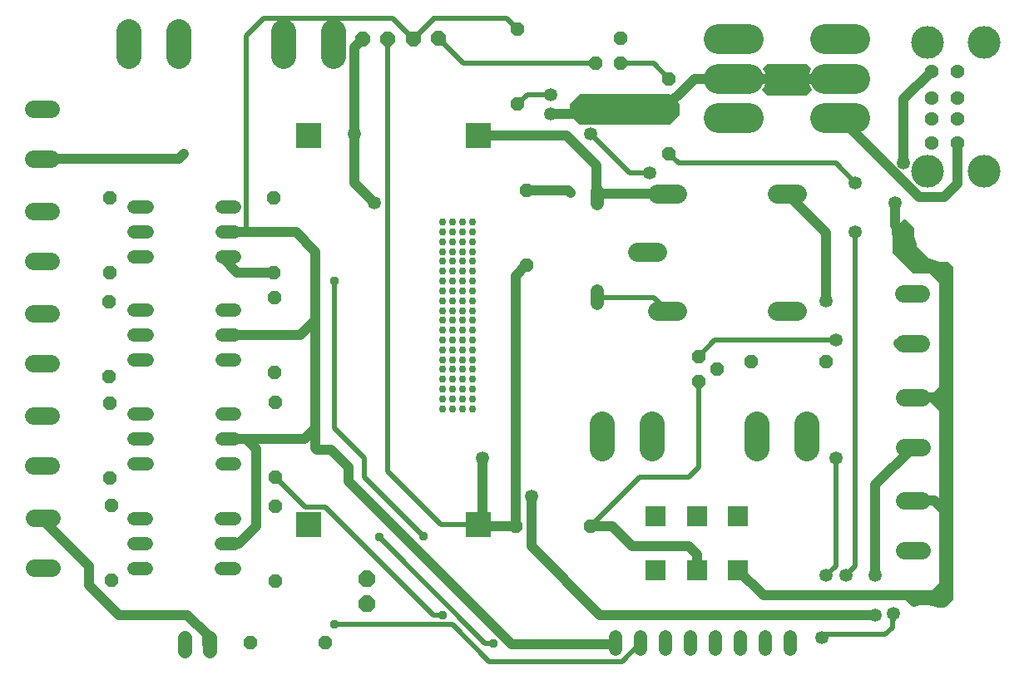
<source format=gbr>
G04 EAGLE Gerber X2 export*
%TF.Part,Single*%
%TF.FileFunction,Copper,L2,Bot,Mixed*%
%TF.FilePolarity,Positive*%
%TF.GenerationSoftware,Autodesk,EAGLE,8.7.0*%
%TF.CreationDate,2018-10-16T22:29:40Z*%
G75*
%MOMM*%
%FSLAX34Y34*%
%LPD*%
%AMOC8*
5,1,8,0,0,1.08239X$1,22.5*%
G01*
%ADD10P,1.632244X8X292.500000*%
%ADD11C,1.790700*%
%ADD12C,1.320800*%
%ADD13C,2.540000*%
%ADD14C,1.981200*%
%ADD15P,1.814519X8X112.500000*%
%ADD16R,2.100000X2.100000*%
%ADD17P,1.429621X8X112.500000*%
%ADD18P,1.429621X8X292.500000*%
%ADD19P,1.429621X8X22.500000*%
%ADD20C,3.009900*%
%ADD21C,3.327400*%
%ADD22C,1.428000*%
%ADD23C,1.422400*%
%ADD24R,2.500000X2.500000*%
%ADD25C,0.756400*%
%ADD26C,1.016000*%
%ADD27C,0.508000*%
%ADD28C,1.350000*%
%ADD29C,0.956400*%

G36*
X970164Y67475D02*
X970164Y67475D01*
X970328Y67482D01*
X970388Y67495D01*
X970449Y67501D01*
X970607Y67544D01*
X970768Y67580D01*
X970824Y67603D01*
X970883Y67619D01*
X971031Y67690D01*
X971183Y67753D01*
X971235Y67786D01*
X971290Y67813D01*
X971423Y67908D01*
X971561Y67998D01*
X971619Y68049D01*
X971656Y68075D01*
X971698Y68118D01*
X971796Y68204D01*
X979096Y75504D01*
X979201Y75631D01*
X979313Y75752D01*
X979345Y75803D01*
X979384Y75850D01*
X979466Y75993D01*
X979554Y76131D01*
X979578Y76188D01*
X979608Y76241D01*
X979663Y76396D01*
X979725Y76548D01*
X979738Y76608D01*
X979759Y76665D01*
X979785Y76827D01*
X979820Y76988D01*
X979825Y77065D01*
X979832Y77109D01*
X979831Y77170D01*
X979839Y77300D01*
X979839Y412700D01*
X979825Y412864D01*
X979818Y413028D01*
X979805Y413088D01*
X979799Y413148D01*
X979756Y413307D01*
X979720Y413468D01*
X979697Y413524D01*
X979681Y413583D01*
X979610Y413731D01*
X979547Y413883D01*
X979514Y413935D01*
X979487Y413989D01*
X979392Y414123D01*
X979302Y414261D01*
X979251Y414319D01*
X979225Y414356D01*
X979182Y414398D01*
X979096Y414496D01*
X974496Y419096D01*
X974369Y419201D01*
X974248Y419313D01*
X974197Y419345D01*
X974150Y419384D01*
X974007Y419466D01*
X973869Y419554D01*
X973812Y419578D01*
X973759Y419608D01*
X973604Y419663D01*
X973452Y419725D01*
X973392Y419738D01*
X973335Y419759D01*
X973173Y419785D01*
X973012Y419820D01*
X972935Y419825D01*
X972891Y419832D01*
X972830Y419831D01*
X972700Y419839D01*
X966029Y419839D01*
X958358Y421895D01*
X957831Y422199D01*
X957779Y422223D01*
X957730Y422254D01*
X957575Y422318D01*
X957423Y422389D01*
X957367Y422403D01*
X957314Y422425D01*
X957150Y422461D01*
X956987Y422503D01*
X956930Y422508D01*
X956873Y422520D01*
X956562Y422539D01*
X951052Y422539D01*
X942539Y431052D01*
X942539Y436562D01*
X942534Y436619D01*
X942537Y436677D01*
X942514Y436842D01*
X942499Y437010D01*
X942484Y437066D01*
X942476Y437123D01*
X942425Y437282D01*
X942381Y437444D01*
X942356Y437497D01*
X942338Y437552D01*
X942199Y437831D01*
X941895Y438358D01*
X939839Y446029D01*
X939839Y452700D01*
X939825Y452864D01*
X939818Y453028D01*
X939805Y453088D01*
X939799Y453148D01*
X939756Y453307D01*
X939720Y453468D01*
X939697Y453524D01*
X939681Y453583D01*
X939610Y453731D01*
X939547Y453883D01*
X939514Y453935D01*
X939487Y453989D01*
X939392Y454123D01*
X939302Y454261D01*
X939251Y454319D01*
X939225Y454356D01*
X939182Y454398D01*
X939096Y454496D01*
X931796Y461796D01*
X931769Y461818D01*
X931746Y461844D01*
X931597Y461961D01*
X931450Y462084D01*
X931420Y462102D01*
X931393Y462123D01*
X931225Y462213D01*
X931059Y462308D01*
X931027Y462319D01*
X930996Y462336D01*
X930815Y462395D01*
X930635Y462459D01*
X930601Y462464D01*
X930568Y462475D01*
X930379Y462501D01*
X930191Y462532D01*
X930156Y462532D01*
X930122Y462536D01*
X929931Y462529D01*
X929741Y462526D01*
X929706Y462519D01*
X929672Y462518D01*
X929486Y462477D01*
X929298Y462440D01*
X929266Y462428D01*
X929232Y462420D01*
X929056Y462347D01*
X928878Y462278D01*
X928849Y462260D01*
X928817Y462247D01*
X928657Y462143D01*
X928494Y462044D01*
X928468Y462021D01*
X928439Y462002D01*
X928204Y461796D01*
X918204Y451796D01*
X918099Y451669D01*
X917988Y451548D01*
X917955Y451497D01*
X917916Y451450D01*
X917834Y451307D01*
X917746Y451169D01*
X917722Y451112D01*
X917692Y451059D01*
X917637Y450904D01*
X917575Y450752D01*
X917562Y450692D01*
X917541Y450635D01*
X917515Y450473D01*
X917480Y450312D01*
X917475Y450235D01*
X917468Y450191D01*
X917469Y450130D01*
X917461Y450000D01*
X917461Y430000D01*
X917475Y429836D01*
X917482Y429672D01*
X917495Y429612D01*
X917501Y429552D01*
X917544Y429393D01*
X917580Y429232D01*
X917603Y429176D01*
X917619Y429117D01*
X917690Y428969D01*
X917753Y428817D01*
X917786Y428765D01*
X917813Y428711D01*
X917908Y428577D01*
X917998Y428439D01*
X918049Y428381D01*
X918075Y428344D01*
X918118Y428302D01*
X918204Y428204D01*
X938204Y408204D01*
X938331Y408099D01*
X938452Y407988D01*
X938503Y407955D01*
X938550Y407916D01*
X938693Y407834D01*
X938831Y407746D01*
X938888Y407722D01*
X938941Y407692D01*
X939096Y407637D01*
X939248Y407575D01*
X939308Y407562D01*
X939365Y407541D01*
X939527Y407515D01*
X939688Y407480D01*
X939765Y407475D01*
X939809Y407468D01*
X939870Y407469D01*
X940000Y407461D01*
X958948Y407461D01*
X967461Y398948D01*
X967461Y91052D01*
X958948Y82539D01*
X930000Y82539D01*
X929871Y82528D01*
X929741Y82526D01*
X929647Y82508D01*
X929552Y82499D01*
X929426Y82465D01*
X929298Y82440D01*
X929209Y82406D01*
X929117Y82381D01*
X929000Y82325D01*
X928878Y82278D01*
X928797Y82228D01*
X928711Y82187D01*
X928605Y82112D01*
X928494Y82044D01*
X928422Y81981D01*
X928344Y81925D01*
X928254Y81832D01*
X928156Y81746D01*
X928097Y81671D01*
X928030Y81603D01*
X927958Y81495D01*
X927877Y81393D01*
X927832Y81309D01*
X927778Y81230D01*
X927726Y81111D01*
X927664Y80996D01*
X927635Y80905D01*
X927596Y80818D01*
X927565Y80691D01*
X927525Y80568D01*
X927512Y80473D01*
X927489Y80380D01*
X927481Y80251D01*
X927464Y80122D01*
X927468Y80026D01*
X927462Y79931D01*
X927477Y79802D01*
X927482Y79672D01*
X927503Y79579D01*
X927514Y79484D01*
X927551Y79359D01*
X927580Y79232D01*
X927616Y79144D01*
X927644Y79053D01*
X927703Y78937D01*
X927753Y78817D01*
X927805Y78737D01*
X927848Y78651D01*
X927927Y78548D01*
X927998Y78439D01*
X928084Y78341D01*
X928120Y78293D01*
X928153Y78262D01*
X928204Y78204D01*
X937279Y69130D01*
X937314Y69101D01*
X937345Y69066D01*
X937486Y68957D01*
X937624Y68841D01*
X937664Y68819D01*
X937700Y68790D01*
X937859Y68707D01*
X938015Y68618D01*
X938058Y68603D01*
X938099Y68581D01*
X938270Y68527D01*
X938439Y68467D01*
X938485Y68460D01*
X938529Y68446D01*
X938707Y68423D01*
X938883Y68394D01*
X938929Y68394D01*
X938975Y68389D01*
X939154Y68398D01*
X939334Y68400D01*
X939379Y68409D01*
X939425Y68411D01*
X939731Y68473D01*
X946029Y70161D01*
X953971Y70161D01*
X961642Y68105D01*
X962169Y67801D01*
X962221Y67777D01*
X962270Y67746D01*
X962425Y67682D01*
X962577Y67611D01*
X962633Y67597D01*
X962686Y67575D01*
X962851Y67539D01*
X963013Y67497D01*
X963070Y67492D01*
X963127Y67480D01*
X963438Y67461D01*
X970000Y67461D01*
X970164Y67475D01*
G37*
G36*
X690090Y559254D02*
X690090Y559254D01*
X690181Y559261D01*
X690211Y559273D01*
X690243Y559279D01*
X690323Y559321D01*
X690407Y559357D01*
X690439Y559383D01*
X690460Y559394D01*
X690482Y559417D01*
X690538Y559462D01*
X700538Y569462D01*
X700591Y569536D01*
X700651Y569605D01*
X700663Y569635D01*
X700682Y569661D01*
X700709Y569748D01*
X700743Y569833D01*
X700747Y569874D01*
X700754Y569897D01*
X700753Y569929D01*
X700761Y570000D01*
X700761Y580000D01*
X700747Y580090D01*
X700739Y580181D01*
X700727Y580211D01*
X700722Y580243D01*
X700679Y580323D01*
X700643Y580407D01*
X700617Y580439D01*
X700606Y580460D01*
X700583Y580482D01*
X700538Y580538D01*
X690538Y590538D01*
X690464Y590591D01*
X690395Y590651D01*
X690365Y590663D01*
X690339Y590682D01*
X690252Y590709D01*
X690167Y590743D01*
X690126Y590747D01*
X690103Y590754D01*
X690071Y590753D01*
X690000Y590761D01*
X600000Y590761D01*
X599910Y590747D01*
X599819Y590739D01*
X599789Y590727D01*
X599757Y590722D01*
X599677Y590679D01*
X599593Y590643D01*
X599561Y590617D01*
X599540Y590606D01*
X599518Y590583D01*
X599462Y590538D01*
X589462Y580538D01*
X589409Y580464D01*
X589349Y580395D01*
X589337Y580365D01*
X589318Y580339D01*
X589291Y580252D01*
X589257Y580167D01*
X589253Y580126D01*
X589246Y580103D01*
X589247Y580071D01*
X589239Y580000D01*
X589239Y570000D01*
X589254Y569910D01*
X589261Y569819D01*
X589273Y569789D01*
X589279Y569757D01*
X589321Y569677D01*
X589357Y569593D01*
X589383Y569561D01*
X589394Y569540D01*
X589417Y569518D01*
X589462Y569462D01*
X599462Y559462D01*
X599536Y559409D01*
X599605Y559349D01*
X599635Y559337D01*
X599661Y559318D01*
X599748Y559291D01*
X599833Y559257D01*
X599874Y559253D01*
X599897Y559246D01*
X599929Y559247D01*
X600000Y559239D01*
X690000Y559239D01*
X690090Y559254D01*
G37*
G36*
X830090Y589254D02*
X830090Y589254D01*
X830181Y589261D01*
X830211Y589273D01*
X830243Y589279D01*
X830323Y589321D01*
X830407Y589357D01*
X830439Y589383D01*
X830460Y589394D01*
X830482Y589417D01*
X830538Y589462D01*
X835402Y594326D01*
X835457Y594401D01*
X835517Y594473D01*
X835528Y594501D01*
X835546Y594525D01*
X835573Y594614D01*
X835608Y594701D01*
X835609Y594732D01*
X835618Y594760D01*
X835616Y594854D01*
X835621Y594947D01*
X835613Y594976D01*
X835612Y595006D01*
X835580Y595094D01*
X835555Y595184D01*
X835535Y595217D01*
X835527Y595237D01*
X835507Y595263D01*
X835468Y595327D01*
X834793Y596207D01*
X833640Y598203D01*
X832758Y600334D01*
X832161Y602561D01*
X831909Y604477D01*
X840000Y604477D01*
X840020Y604480D01*
X840039Y604478D01*
X840141Y604500D01*
X840243Y604517D01*
X840260Y604526D01*
X840280Y604530D01*
X840369Y604583D01*
X840460Y604632D01*
X840474Y604646D01*
X840491Y604656D01*
X840558Y604735D01*
X840630Y604810D01*
X840638Y604828D01*
X840651Y604843D01*
X840690Y604939D01*
X840733Y605033D01*
X840735Y605053D01*
X840743Y605071D01*
X840761Y605238D01*
X840761Y606762D01*
X840759Y606776D01*
X840760Y606787D01*
X840759Y606792D01*
X840760Y606801D01*
X840738Y606903D01*
X840722Y607005D01*
X840712Y607022D01*
X840708Y607042D01*
X840655Y607131D01*
X840606Y607222D01*
X840592Y607236D01*
X840582Y607253D01*
X840503Y607320D01*
X840428Y607391D01*
X840410Y607400D01*
X840395Y607413D01*
X840299Y607452D01*
X840205Y607495D01*
X840185Y607497D01*
X840167Y607505D01*
X840000Y607523D01*
X831909Y607523D01*
X832161Y609439D01*
X832758Y611666D01*
X833640Y613797D01*
X834681Y615598D01*
X834696Y615639D01*
X834720Y615676D01*
X834739Y615754D01*
X834767Y615828D01*
X834769Y615872D01*
X834780Y615915D01*
X834774Y615994D01*
X834777Y616074D01*
X834764Y616116D01*
X834761Y616160D01*
X834729Y616233D01*
X834707Y616310D01*
X834681Y616346D01*
X834664Y616386D01*
X834573Y616500D01*
X834565Y616511D01*
X834563Y616513D01*
X834560Y616517D01*
X830538Y620538D01*
X830464Y620591D01*
X830395Y620651D01*
X830365Y620663D01*
X830339Y620682D01*
X830252Y620709D01*
X830167Y620743D01*
X830126Y620747D01*
X830103Y620754D01*
X830071Y620753D01*
X830000Y620761D01*
X790000Y620761D01*
X789910Y620747D01*
X789819Y620739D01*
X789789Y620727D01*
X789757Y620722D01*
X789677Y620679D01*
X789593Y620643D01*
X789561Y620617D01*
X789540Y620606D01*
X789518Y620583D01*
X789462Y620538D01*
X785806Y616882D01*
X785751Y616806D01*
X785691Y616735D01*
X785680Y616707D01*
X785662Y616682D01*
X785635Y616593D01*
X785600Y616507D01*
X785599Y616476D01*
X785590Y616447D01*
X785592Y616354D01*
X785587Y616261D01*
X785595Y616232D01*
X785596Y616201D01*
X785628Y616114D01*
X785653Y616024D01*
X785673Y615991D01*
X785681Y615970D01*
X785701Y615945D01*
X785740Y615880D01*
X785807Y615793D01*
X786960Y613797D01*
X787842Y611666D01*
X788439Y609439D01*
X788691Y607523D01*
X780000Y607523D01*
X779980Y607520D01*
X779961Y607522D01*
X779859Y607500D01*
X779757Y607483D01*
X779740Y607474D01*
X779720Y607470D01*
X779631Y607417D01*
X779540Y607368D01*
X779526Y607354D01*
X779509Y607344D01*
X779442Y607265D01*
X779371Y607190D01*
X779362Y607172D01*
X779349Y607157D01*
X779310Y607061D01*
X779267Y606967D01*
X779265Y606947D01*
X779257Y606929D01*
X779239Y606762D01*
X779239Y605238D01*
X779242Y605218D01*
X779240Y605199D01*
X779262Y605097D01*
X779279Y604995D01*
X779288Y604978D01*
X779292Y604958D01*
X779345Y604869D01*
X779394Y604778D01*
X779408Y604764D01*
X779418Y604747D01*
X779497Y604680D01*
X779572Y604609D01*
X779590Y604600D01*
X779605Y604587D01*
X779701Y604548D01*
X779795Y604505D01*
X779815Y604503D01*
X779833Y604495D01*
X780000Y604477D01*
X788691Y604477D01*
X788439Y602561D01*
X787842Y600334D01*
X786960Y598203D01*
X785807Y596207D01*
X784872Y594988D01*
X784828Y594906D01*
X784777Y594827D01*
X784770Y594798D01*
X784755Y594771D01*
X784740Y594679D01*
X784717Y594589D01*
X784719Y594559D01*
X784714Y594529D01*
X784729Y594436D01*
X784736Y594343D01*
X784748Y594316D01*
X784753Y594286D01*
X784796Y594203D01*
X784832Y594117D01*
X784856Y594087D01*
X784867Y594068D01*
X784890Y594045D01*
X784937Y593986D01*
X789462Y589462D01*
X789536Y589409D01*
X789605Y589349D01*
X789635Y589337D01*
X789661Y589318D01*
X789749Y589291D01*
X789833Y589257D01*
X789874Y589253D01*
X789897Y589246D01*
X789929Y589247D01*
X790000Y589239D01*
X830000Y589239D01*
X830090Y589254D01*
G37*
D10*
X378456Y646532D03*
D11*
X929267Y125646D02*
X947174Y125646D01*
X947174Y176446D02*
X929267Y176446D01*
D10*
X429590Y646734D03*
X404026Y646684D03*
D11*
X928977Y336488D02*
X946884Y336488D01*
X946884Y387288D02*
X928977Y387288D01*
D12*
X617100Y478396D02*
X617100Y491604D01*
X617100Y390004D02*
X617100Y376796D01*
D11*
X61532Y159118D02*
X43625Y159118D01*
X43625Y108318D02*
X61532Y108318D01*
D13*
X621860Y228800D02*
X621860Y254200D01*
X830140Y254200D02*
X830140Y228800D01*
X779340Y228800D02*
X779340Y254200D01*
X672660Y254200D02*
X672660Y228800D01*
X140560Y628800D02*
X140560Y654200D01*
X348840Y654200D02*
X348840Y628800D01*
X298040Y628800D02*
X298040Y654200D01*
X191360Y654200D02*
X191360Y628800D01*
D10*
X455178Y646968D03*
D14*
X658144Y429400D02*
X677956Y429400D01*
X678464Y369710D02*
X698276Y369710D01*
X698276Y489090D02*
X678464Y489090D01*
X800384Y489090D02*
X820196Y489090D01*
X820196Y369710D02*
X800384Y369710D01*
D11*
X929621Y231086D02*
X947528Y231086D01*
X947528Y281886D02*
X929621Y281886D01*
D15*
X382900Y71400D03*
X382900Y96800D03*
D16*
X676500Y160800D03*
X718500Y160800D03*
X760500Y160800D03*
X760500Y105800D03*
X718500Y105800D03*
X676500Y105800D03*
D12*
X158780Y475056D02*
X145572Y475056D01*
X145572Y449656D02*
X158780Y449656D01*
X234980Y449656D02*
X248188Y449656D01*
X248188Y475056D02*
X234980Y475056D01*
X158780Y424256D02*
X145572Y424256D01*
X234980Y424256D02*
X248188Y424256D01*
X158976Y370286D02*
X145768Y370286D01*
X145768Y344886D02*
X158976Y344886D01*
X235176Y344886D02*
X248384Y344886D01*
X248384Y370286D02*
X235176Y370286D01*
X158976Y319486D02*
X145768Y319486D01*
X235176Y319486D02*
X248384Y319486D01*
X158722Y264274D02*
X145514Y264274D01*
X145514Y238874D02*
X158722Y238874D01*
X234922Y238874D02*
X248130Y238874D01*
X248130Y264274D02*
X234922Y264274D01*
X158722Y213474D02*
X145514Y213474D01*
X234922Y213474D02*
X248130Y213474D01*
X158628Y157754D02*
X145420Y157754D01*
X145420Y132354D02*
X158628Y132354D01*
X234828Y132354D02*
X248036Y132354D01*
X248036Y157754D02*
X234828Y157754D01*
X158628Y106954D02*
X145420Y106954D01*
X234828Y106954D02*
X248036Y106954D01*
D17*
X120696Y408178D03*
X120696Y484378D03*
D18*
X690048Y606200D03*
X690048Y530000D03*
D19*
X774166Y318126D03*
X850366Y318126D03*
X533800Y150000D03*
X610000Y150000D03*
D18*
X536000Y656200D03*
X536000Y580000D03*
D17*
X544950Y416450D03*
X544950Y492650D03*
D19*
X263800Y32000D03*
X340000Y32000D03*
D18*
X287576Y484632D03*
X287576Y408432D03*
D17*
X120188Y302514D03*
X120188Y378714D03*
D18*
X288338Y383540D03*
X288338Y307340D03*
D17*
X120696Y199390D03*
X120696Y275590D03*
D18*
X289608Y276098D03*
X289608Y199898D03*
D17*
X122728Y94996D03*
X122728Y171196D03*
D18*
X289284Y170846D03*
X289284Y94646D03*
D20*
X849451Y646132D02*
X879550Y646132D01*
X879550Y606000D02*
X849451Y606000D01*
X849451Y565868D02*
X879550Y565868D01*
X771150Y646132D02*
X741051Y646132D01*
X741051Y606000D02*
X771150Y606000D01*
X771150Y565868D02*
X741051Y565868D01*
D11*
X61278Y263258D02*
X43371Y263258D01*
X43371Y212458D02*
X61278Y212458D01*
X61058Y471554D02*
X43151Y471554D01*
X43151Y420754D02*
X61058Y420754D01*
X61058Y367444D02*
X43151Y367444D01*
X43151Y316644D02*
X61058Y316644D01*
D19*
X615600Y621700D03*
X641000Y621700D03*
X641000Y647100D03*
D21*
X953630Y511446D03*
X1010526Y511700D03*
X953630Y643018D03*
X1010526Y642764D03*
D22*
X983602Y565294D03*
X983602Y586630D03*
X957440Y565294D03*
X957440Y586376D03*
X983602Y613808D03*
X983602Y540910D03*
X957440Y613808D03*
X957440Y540910D03*
D23*
X197300Y37112D02*
X197300Y22888D01*
X222700Y22888D02*
X222700Y37112D01*
D11*
X60912Y575632D02*
X43005Y575632D01*
X43005Y524832D02*
X60912Y524832D01*
D24*
X496360Y548120D03*
X323640Y548120D03*
X323640Y151880D03*
X496360Y151880D03*
D18*
X720000Y297808D03*
X739050Y310508D03*
X720000Y323208D03*
D12*
X636070Y38082D02*
X636070Y24874D01*
X661470Y24874D02*
X661470Y38082D01*
X686870Y38082D02*
X686870Y24874D01*
X712270Y24874D02*
X712270Y38082D01*
X737670Y38082D02*
X737670Y24874D01*
X763070Y24874D02*
X763070Y38082D01*
X788470Y38082D02*
X788470Y24874D01*
X813870Y24874D02*
X813870Y38082D01*
D25*
X196447Y530000D03*
D26*
X191279Y524832D01*
X51958Y524832D01*
D27*
X480446Y621700D02*
X615600Y621700D01*
X480446Y621700D02*
X455178Y646968D01*
D26*
X760500Y105800D02*
X786300Y80000D01*
X960000Y80000D01*
X970000Y90000D01*
X970000Y166650D01*
X960204Y176446D01*
X938220Y176446D01*
X938574Y281886D02*
X958114Y281886D01*
X970000Y270000D01*
X970000Y166650D01*
D27*
X736792Y340000D02*
X720000Y323208D01*
X736792Y340000D02*
X860000Y340000D01*
D28*
X860000Y340000D03*
D26*
X938574Y281886D02*
X961886Y281886D01*
X970000Y290000D01*
X970000Y400000D01*
D28*
X920000Y480000D03*
D26*
X921684Y454840D02*
X921684Y448316D01*
X921684Y454840D02*
X920000Y456524D01*
X920000Y480000D01*
X921684Y448316D02*
X970000Y400000D01*
D28*
X928719Y520534D03*
D26*
X928719Y585087D01*
X957440Y613808D01*
X100000Y110000D02*
X50000Y160000D01*
X100000Y110000D02*
X100000Y90000D01*
X130000Y60000D01*
X200000Y60000D01*
X220000Y40000D01*
X220000Y30000D01*
X222700Y30000D01*
X52578Y159118D02*
X50000Y160000D01*
D28*
X370000Y550000D03*
D26*
X496360Y548120D02*
X585482Y548120D01*
X615950Y517652D01*
X615950Y486150D01*
X617100Y485000D01*
X618890Y489090D02*
X688370Y489090D01*
X618890Y489090D02*
X615950Y486150D01*
X900000Y192512D02*
X938574Y231086D01*
X900000Y192512D02*
X900000Y100000D01*
D28*
X900000Y100000D03*
X900000Y60000D03*
D26*
X620000Y60000D01*
X550000Y130000D01*
X550000Y180814D01*
D28*
X550000Y180814D03*
X390000Y480000D03*
D26*
X370000Y500000D01*
X370000Y550000D01*
X370000Y638076D01*
X378456Y646532D01*
X260000Y449656D02*
X234980Y449656D01*
X260000Y449656D02*
X310344Y449656D01*
X330000Y430000D02*
X330000Y360000D01*
X330000Y250000D01*
X330000Y230000D01*
X332160Y227840D01*
X346326Y227840D01*
X364040Y210126D01*
X364040Y195960D01*
X330000Y430000D02*
X310344Y449656D01*
X314886Y344886D02*
X235176Y344886D01*
X314886Y344886D02*
X330000Y360000D01*
X260000Y238874D02*
X234922Y238874D01*
X260000Y238874D02*
X318874Y238874D01*
X330000Y250000D01*
D27*
X260000Y449656D02*
X260000Y650000D01*
X277300Y667300D01*
X409024Y667300D02*
X429590Y646734D01*
X409024Y667300D02*
X277300Y667300D01*
X429590Y646734D02*
X450000Y667144D01*
X450000Y667300D01*
X524900Y667300D01*
X536000Y656200D01*
D26*
X636070Y31478D02*
X634592Y30000D01*
X530000Y30000D01*
X364040Y195960D01*
X252354Y132354D02*
X234828Y132354D01*
X252354Y132354D02*
X270000Y150000D01*
X270000Y228874D01*
X260000Y238874D01*
X250804Y408432D02*
X234980Y424256D01*
X250804Y408432D02*
X287576Y408432D01*
D29*
X440000Y140000D03*
D27*
X380000Y200000D01*
D29*
X350000Y400000D03*
D27*
X380000Y220000D02*
X380000Y200000D01*
X380000Y220000D02*
X350000Y250000D01*
X350000Y400000D01*
D29*
X394970Y138938D03*
D27*
X502653Y31255D01*
X511255Y31255D01*
D29*
X511255Y31255D03*
D27*
X319606Y169900D02*
X289608Y199898D01*
X450000Y60000D02*
X460000Y60000D01*
D29*
X460000Y60000D03*
D27*
X340100Y169900D02*
X319606Y169900D01*
X340100Y169900D02*
X450000Y60000D01*
D29*
X350000Y50000D03*
D27*
X470000Y50000D01*
X507300Y12700D01*
X642692Y12700D02*
X661470Y31478D01*
X642692Y12700D02*
X507300Y12700D01*
X690048Y606200D02*
X674548Y621700D01*
X641000Y621700D01*
X617100Y383400D02*
X674680Y383400D01*
X688370Y369710D01*
X700048Y520000D02*
X690048Y530000D01*
X700048Y520000D02*
X860000Y520000D01*
X880000Y500000D01*
D28*
X880000Y500000D03*
X880000Y450000D03*
D27*
X880000Y110000D01*
X870000Y100000D01*
D28*
X870000Y100000D03*
D27*
X404026Y205974D02*
X404026Y646684D01*
X458120Y151880D02*
X496360Y151880D01*
X458120Y151880D02*
X404026Y205974D01*
X544250Y415750D02*
X544950Y416450D01*
D26*
X716000Y606000D02*
X756100Y606000D01*
X716000Y606000D02*
X680000Y570000D01*
X570000Y570000D01*
D28*
X570000Y570000D03*
X500000Y220000D03*
D26*
X500000Y155520D01*
X496360Y151880D01*
X756100Y606000D02*
X864500Y606000D01*
X496360Y151880D02*
X498240Y150000D01*
X533800Y150000D01*
X533800Y405300D01*
X544250Y415750D01*
X610000Y150000D02*
X632666Y150000D01*
X652666Y130000D02*
X710000Y130000D01*
X718500Y121500D01*
X718500Y105800D01*
X652666Y130000D02*
X632666Y150000D01*
D27*
X610000Y150000D02*
X660000Y200000D01*
X710000Y200000D01*
X720000Y210000D01*
X720000Y297808D01*
D28*
X860000Y220000D03*
D27*
X860000Y110000D01*
X850000Y100000D01*
D28*
X850000Y100000D03*
X845820Y37084D03*
D27*
X848736Y40000D01*
X910000Y40000D01*
D28*
X918901Y61099D03*
D27*
X917300Y47300D02*
X910000Y40000D01*
X917300Y47300D02*
X917300Y53545D01*
X918901Y55146D01*
X918901Y61099D01*
D28*
X670814Y510000D03*
D27*
X650000Y510000D01*
X610000Y550000D01*
D28*
X610000Y550000D03*
X570000Y590000D03*
D27*
X546000Y590000D01*
X536000Y580000D01*
D25*
X590000Y490000D03*
D26*
X587350Y492650D01*
X544950Y492650D01*
X923512Y336488D02*
X937930Y336488D01*
X850000Y449380D02*
X810290Y489090D01*
X850000Y449380D02*
X850000Y380000D01*
D28*
X850000Y380000D03*
D26*
X945128Y485240D02*
X864500Y565868D01*
X945128Y485240D02*
X970000Y485240D01*
X983602Y498842D01*
X983602Y540910D01*
D25*
X490000Y450000D03*
X480000Y450000D03*
X470000Y450000D03*
X470000Y440000D03*
X480000Y440000D03*
X490000Y440000D03*
X490000Y430000D03*
X480000Y430000D03*
X470000Y430000D03*
X460000Y430000D03*
X460000Y420000D03*
X470000Y420000D03*
X480000Y420000D03*
X490000Y420000D03*
X490000Y410000D03*
X480000Y410000D03*
X460000Y410000D03*
X470000Y410000D03*
X460000Y400000D03*
X470000Y400000D03*
X480000Y400000D03*
X490000Y400000D03*
X490000Y390000D03*
X470000Y390000D03*
X460000Y390000D03*
X480000Y390000D03*
X480000Y380000D03*
X470000Y380000D03*
X460000Y380000D03*
X490000Y380000D03*
X490000Y370000D03*
X480000Y370000D03*
X470000Y370000D03*
X460000Y370000D03*
X490000Y360000D03*
X480000Y360000D03*
X470000Y360000D03*
X460000Y360000D03*
X460000Y350000D03*
X470000Y350000D03*
X480000Y350000D03*
X490000Y350000D03*
X490000Y340000D03*
X480000Y340000D03*
X470000Y340000D03*
X460000Y340000D03*
X460000Y330000D03*
X470000Y330000D03*
X480000Y330000D03*
X490000Y330000D03*
X490000Y320000D03*
X480000Y320000D03*
X470000Y320000D03*
X460000Y320000D03*
X460000Y310000D03*
X470000Y310000D03*
X480000Y310000D03*
X490000Y310000D03*
X490000Y300000D03*
X480000Y300000D03*
X470000Y300000D03*
X460000Y300000D03*
X460000Y280000D03*
X460000Y290000D03*
X470000Y290000D03*
X470000Y280000D03*
X480000Y290000D03*
X480000Y280000D03*
X490000Y290000D03*
X490000Y280000D03*
X470000Y460000D03*
X480000Y460000D03*
X490000Y460000D03*
X460000Y270000D03*
X470000Y270000D03*
X480000Y270000D03*
X490000Y270000D03*
X460000Y460000D03*
X460000Y450000D03*
X460000Y440000D03*
M02*

</source>
